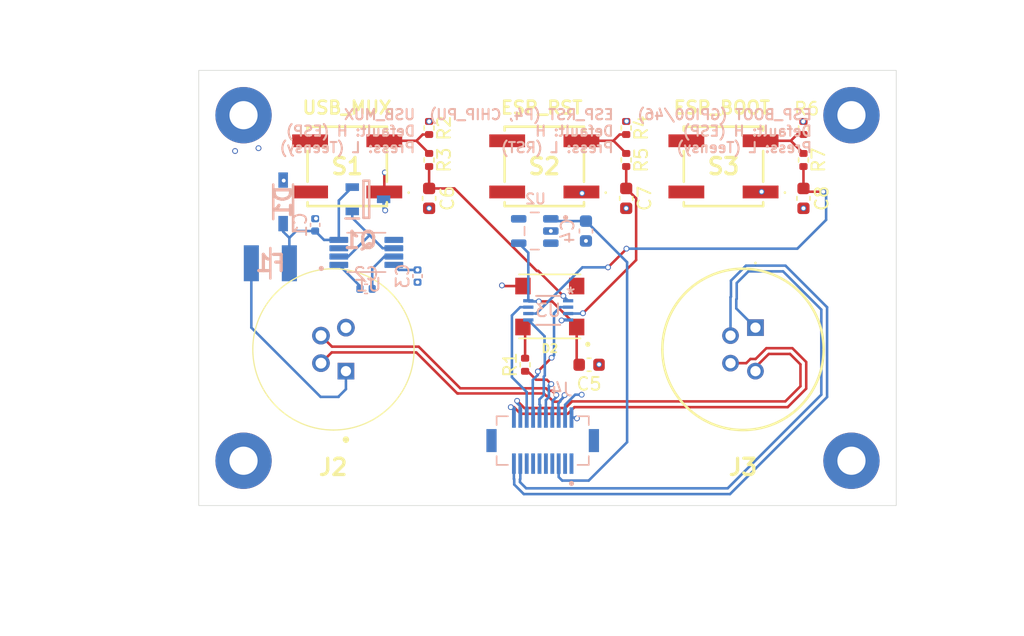
<source format=kicad_pcb>
(kicad_pcb (version 20241229) (generator "pcbnew") (generator_version "9.0")
  (layers (0 "F.Cu" signal) (4 "In1.Cu" signal) (6 "In2.Cu" signal) (2 "B.Cu" signal) (13 "F.Paste" user) (15 "B.Paste" user) (5 "F.SilkS" user "F.Silkscreen") (7 "B.SilkS" user "B.Silkscreen") (1 "F.Mask" user) (3 "B.Mask" user) (25 "Edge.Cuts" user))
  (net 0 "")
  (net 1 "USB_GND")
  (net 2 "Net-(U1-VCAPL)")
  (net 3 "Net-(U1-VCAPH)")
  (net 4 "5V_BOOST")
  (net 5 "Net-(D1-K)")
  (net 7 "Net-(D2-DIN)")
  (net 8 "Net-(F1-Pad1)")
  (net 9 "USB_D_N")
  (net 10 "USB_D_P")
  (net 11 "RX_N")
  (net 12 "TX_P")
  (net 13 "TX_N")
  (net 14 "RX_P")
  (net 15 "USB_MUX_CONTROL")
  (net 16 "GND")
  (net 18 "LED_CONTROL")
  (net 21 "3.3V")
  (net 26 "USB_5V")
  (net 27 "gate")
  (net 30 "button_USB_MUX")
  (net 31 "button_ESP_RESET")
  (net 32 "button_ESP_BOOT")
  (net 33 "Net-(S1-COM1)")
  (net 34 "Net-(S2-COM1)")
  (net 35 "Net-(S3-COM1)")
  (net 42 "ESP_BOOT_CONTROL")
  (net 43 "ESP_RESET_CONTROL")
  (footprint "22XT_Main_Peripheral:KSC253JSPDELTALFG" (layer "F.Cu") (at 128.5 81 180)
    (property "Reference" "S3" (at 0 0 0) (layer "F.SilkS") (effects (font (size 1.27 1.27) (thickness 0.254))))
    (property "Value" "KSC253J_SP_DELTA_LFG" (hide yes))
    (pad "1" smd rect (at -2.9 -2 270) (size 1 2.8) (layers "F.Cu" "F.Mask" "F.Paste") (net 16 "GND"))
    (pad "2" smd rect (at 2.9 -2 270) (size 1 2.8) (layers "F.Cu" "F.Mask" "F.Paste"))
    (pad "3" smd rect (at -2.9 2 270) (size 1 2.8) (layers "F.Cu" "F.Mask" "F.Paste") (net 35 "Net-(S3-COM1)"))
    (pad "4" smd rect (at 2.9 2 270) (size 1 2.8) (layers "F.Cu" "F.Mask" "F.Paste"))
  )
  (footprint "Resistor_SMD:R_0402_1005Metric" (layer "F.Cu") (at 120.9 80.5 -90)
    (property "Reference" "R5" (at 0 -1.17 90) (layer "F.SilkS"))
    (property "Value" "750R")
    (pad "1" smd roundrect (at -0.51 0 270) (size 0.54 0.64) (layers "F.Cu" "F.Mask" "F.Paste") (net 34 "Net-(S2-COM1)"))
    (pad "2" smd roundrect (at 0.51 0 270) (size 0.54 0.64) (layers "F.Cu" "F.Mask" "F.Paste") (net 31 "button_ESP_RESET"))
  )
  (footprint "22XT_Main_Peripheral:KSC253JSPDELTALFG" (layer "F.Cu") (at 114.5 81 180)
    (property "Reference" "S2" (at 0 0 0) (layer "F.SilkS") (effects (font (size 1.27 1.27) (thickness 0.254))))
    (property "Value" "KSC253J_SP_DELTA_LFG" (hide yes))
    (pad "1" smd rect (at -2.9 -2 270) (size 1 2.8) (layers "F.Cu" "F.Mask" "F.Paste") (net 16 "GND"))
    (pad "2" smd rect (at 2.9 -2 270) (size 1 2.8) (layers "F.Cu" "F.Mask" "F.Paste"))
    (pad "3" smd rect (at -2.9 2 270) (size 1 2.8) (layers "F.Cu" "F.Mask" "F.Paste") (net 34 "Net-(S2-COM1)"))
    (pad "4" smd rect (at 2.9 2 270) (size 1 2.8) (layers "F.Cu" "F.Mask" "F.Paste"))
  )
  (footprint "MountingHole:MountingHole_2.2mm_M2_Pad" (layer "F.Cu") (at 91 104)
    (property "Reference" "H2" (hide yes))
    (property "Value" "MountingHole")
    (pad "1" thru_hole circle (at 0 0) (size 4.4 4.4) (drill 2.2) (layers "*.Cu" "*.Mask") (net 16 "GND"))
  )
  (footprint "MountingHole:MountingHole_2.2mm_M2_Pad" (layer "F.Cu") (at 138.5 104)
    (property "Reference" "H3" (hide yes))
    (property "Value" "MountingHole")
    (pad "1" thru_hole circle (at 0 0) (size 4.4 4.4) (drill 2.2) (layers "*.Cu" "*.Mask") (net 16 "GND"))
  )
  (footprint "22XT_Main_Peripheral:LED_5050" (layer "F.Cu") (at 114.94 91.91 180)
    (property "Reference" "D2" (at 0.01 -3.32 0) (layer "F.SilkS") (effects (font (size 0.64 0.64))))
    (property "Value" "Neopixel 5050 Smart Diode")
    (pad "1" smd rect (at 2.11 1.56 180) (size 1.2 1.3) (layers "F.Cu" "F.Mask" "F.Paste") (net 16 "GND"))
    (pad "2" smd rect (at 2.11 -1.64 180) (size 1.2 1.3) (layers "F.Cu" "F.Mask" "F.Paste") (net 7 "Net-(D2-DIN)"))
    (pad "3" smd rect (at -2.09 -1.64 180) (size 1.2 1.3) (layers "F.Cu" "F.Mask" "F.Paste") (net 4 "5V_BOOST"))
    (pad "4" smd rect (at -2.09 1.56 180) (size 1.2 1.3) (layers "F.Cu" "F.Mask" "F.Paste"))
  )
  (footprint "22XT_Main_Peripheral:T4040014041000" (layer "F.Cu") (at 99 97 90)
    (property "Reference" "J2" (at -7.5 -1 180) (layer "F.SilkS") (effects (font (size 1.27 1.27) (thickness 0.254))))
    (property "Value" "T4040014041000" (hide yes))
    (pad "1" thru_hole rect (at 0 0 90) (size 1.3 1.3) (drill 0.8) (layers "*.Cu" "*.Mask") (net 8 "Net-(F1-Pad1)"))
    (pad "2" thru_hole circle (at 0.625 -1.95 90) (size 1.381 1.381) (drill 0.85) (layers "*.Cu" "*.Mask") (net 9 "USB_D_N"))
    (pad "3" thru_hole circle (at 3.4 0 90) (size 1.381 1.381) (drill 0.85) (layers "*.Cu" "*.Mask") (net 1 "USB_GND"))
    (pad "4" thru_hole circle (at 2.775 -1.95 90) (size 1.381 1.381) (drill 0.85) (layers "*.Cu" "*.Mask") (net 10 "USB_D_P"))
  )
  (footprint "Capacitor_SMD:C_0603_1608Metric" (layer "F.Cu") (at 120.9 83.5 -90)
    (property "Reference" "C7" (at 0 -1.43 90) (layer "F.SilkS"))
    (property "Value" "10uF")
    (pad "1" smd roundrect (at -0.775 0 270) (size 0.9 0.95) (layers "F.Cu" "F.Mask" "F.Paste") (net 31 "button_ESP_RESET"))
    (pad "2" smd roundrect (at 0.775 0 270) (size 0.9 0.95) (layers "F.Cu" "F.Mask" "F.Paste") (net 16 "GND"))
  )
  (footprint "MountingHole:MountingHole_2.2mm_M2_Pad" (layer "F.Cu") (at 138.5 77)
    (property "Reference" "H4" (hide yes))
    (property "Value" "MountingHole")
    (pad "1" thru_hole circle (at 0 0) (size 4.4 4.4) (drill 2.2) (layers "*.Cu" "*.Mask") (net 16 "GND"))
  )
  (footprint "Resistor_SMD:R_0402_1005Metric" (layer "F.Cu") (at 113 96.5 90)
    (property "Reference" "R1" (at 0 -1.17 90) (layer "F.SilkS"))
    (property "Value" "500R")
    (pad "1" smd roundrect (at -0.51 0 90) (size 0.54 0.64) (layers "F.Cu" "F.Mask" "F.Paste") (net 18 "LED_CONTROL"))
    (pad "2" smd roundrect (at 0.51 0 90) (size 0.54 0.64) (layers "F.Cu" "F.Mask" "F.Paste") (net 7 "Net-(D2-DIN)"))
  )
  (footprint "MountingHole:MountingHole_2.2mm_M2_Pad" (layer "F.Cu") (at 91 77)
    (property "Reference" "H1" (hide yes))
    (property "Value" "MountingHole")
    (pad "1" thru_hole circle (at 0 0) (size 4.4 4.4) (drill 2.2) (layers "*.Cu" "*.Mask") (net 16 "GND"))
  )
  (footprint "Capacitor_SMD:C_0603_1608Metric" (layer "F.Cu") (at 118 96.5)
    (property "Reference" "C5" (at 0 1.5 0) (layer "F.SilkS"))
    (property "Value" "10uF")
    (pad "1" smd roundrect (at -0.775 0) (size 0.9 0.95) (layers "F.Cu" "F.Mask" "F.Paste") (net 4 "5V_BOOST"))
    (pad "2" smd roundrect (at 0.775 0) (size 0.9 0.95) (layers "F.Cu" "F.Mask" "F.Paste") (net 16 "GND"))
  )
  (footprint "22XT_Main_Peripheral:KSC253JSPDELTALFG" (layer "F.Cu") (at 99.1 81 180)
    (property "Reference" "S1" (at 0 0 0) (layer "F.SilkS") (effects (font (size 1.27 1.27) (thickness 0.254))))
    (property "Value" "KSC253J_SP_DELTA_LFG" (hide yes))
    (pad "1" smd rect (at -2.9 -2 270) (size 1 2.8) (layers "F.Cu" "F.Mask" "F.Paste") (net 16 "GND"))
    (pad "2" smd rect (at 2.9 -2 270) (size 1 2.8) (layers "F.Cu" "F.Mask" "F.Paste"))
    (pad "3" smd rect (at -2.9 2 270) (size 1 2.8) (layers "F.Cu" "F.Mask" "F.Paste") (net 33 "Net-(S1-COM1)"))
    (pad "4" smd rect (at 2.9 2 270) (size 1 2.8) (layers "F.Cu" "F.Mask" "F.Paste"))
  )
  (footprint "Resistor_SMD:R_0402_1005Metric" (layer "F.Cu") (at 134.75 80.5 -90)
    (property "Reference" "R7" (at 0 -1.17 90) (layer "F.SilkS"))
    (property "Value" "750R")
    (pad "1" smd roundrect (at -0.51 0 270) (size 0.54 0.64) (layers "F.Cu" "F.Mask" "F.Paste") (net 35 "Net-(S3-COM1)"))
    (pad "2" smd roundrect (at 0.51 0 270) (size 0.54 0.64) (layers "F.Cu" "F.Mask" "F.Paste") (net 32 "button_ESP_BOOT"))
  )
  (footprint "Capacitor_SMD:C_0603_1608Metric" (layer "F.Cu") (at 134.75 83.5 -90)
    (property "Reference" "C8" (at 0 -1.43 90) (layer "F.SilkS"))
    (property "Value" "10uF")
    (pad "1" smd roundrect (at -0.775 0 270) (size 0.9 0.95) (layers "F.Cu" "F.Mask" "F.Paste") (net 32 "button_ESP_BOOT"))
    (pad "2" smd roundrect (at 0.775 0 270) (size 0.9 0.95) (layers "F.Cu" "F.Mask" "F.Paste") (net 16 "GND"))
  )
  (footprint "Resistor_SMD:R_0402_1005Metric" (layer "F.Cu") (at 105.5 80.5 -90)
    (property "Reference" "R3" (at 0 -1.17 90) (layer "F.SilkS"))
    (property "Value" "750R")
    (pad "1" smd roundrect (at -0.51 0 270) (size 0.54 0.64) (layers "F.Cu" "F.Mask" "F.Paste") (net 33 "Net-(S1-COM1)"))
    (pad "2" smd roundrect (at 0.51 0 270) (size 0.54 0.64) (layers "F.Cu" "F.Mask" "F.Paste") (net 30 "button_USB_MUX"))
  )
  (footprint "Resistor_SMD:R_0402_1005Metric" (layer "F.Cu") (at 120.9 78 -90)
    (property "Reference" "R4" (at 0 -1.17 90) (layer "F.SilkS"))
    (property "Value" "1.4KR")
    (pad "1" smd roundrect (at -0.51 0 270) (size 0.54 0.64) (layers "F.Cu" "F.Mask" "F.Paste") (net 26 "USB_5V"))
    (pad "2" smd roundrect (at 0.51 0 270) (size 0.54 0.64) (layers "F.Cu" "F.Mask" "F.Paste") (net 34 "Net-(S2-COM1)"))
  )
  (footprint "Resistor_SMD:R_0402_1005Metric" (layer "F.Cu") (at 105.5 78 -90)
    (property "Reference" "R2" (at 0 -1.17 90) (layer "F.SilkS"))
    (property "Value" "1.4KR")
    (pad "1" smd roundrect (at -0.51 0 270) (size 0.54 0.64) (layers "F.Cu" "F.Mask" "F.Paste") (net 26 "USB_5V"))
    (pad "2" smd roundrect (at 0.51 0 270) (size 0.54 0.64) (layers "F.Cu" "F.Mask" "F.Paste") (net 33 "Net-(S1-COM1)"))
  )
  (footprint "Capacitor_SMD:C_0603_1608Metric" (layer "F.Cu") (at 105.5 83.5 -90)
    (property "Reference" "C6" (at 0 -1.43 90) (layer "F.SilkS"))
    (property "Value" "10uF")
    (pad "1" smd roundrect (at -0.775 0 270) (size 0.9 0.95) (layers "F.Cu" "F.Mask" "F.Paste") (net 30 "button_USB_MUX"))
    (pad "2" smd roundrect (at 0.775 0 270) (size 0.9 0.95) (layers "F.Cu" "F.Mask" "F.Paste") (net 16 "GND"))
  )
  (footprint "Resistor_SMD:R_0402_1005Metric" (layer "F.Cu") (at 134.75 78 -90)
    (property "Reference" "R6" (at -1.5 -0.25 180) (layer "F.SilkS"))
    (property "Value" "1.4KR")
    (pad "1" smd roundrect (at -0.51 0 270) (size 0.54 0.64) (layers "F.Cu" "F.Mask" "F.Paste") (net 26 "USB_5V"))
    (pad "2" smd roundrect (at 0.51 0 270) (size 0.54 0.64) (layers "F.Cu" "F.Mask" "F.Paste") (net 35 "Net-(S3-COM1)"))
  )
  (footprint "22XT_Main_Peripheral:T4041017041000" (layer "F.Cu") (at 131 93.6 90)
    (property "Reference" "J3" (at -10.9 -0.975 180) (layer "F.SilkS") (effects (font (size 1.27 1.27) (thickness 0.254))))
    (property "Value" "T4041017041-000" (hide yes))
    (pad "1" thru_hole rect (at 0 0 90) (size 1.3 1.3) (drill 0.8) (layers "*.Cu" "*.Mask") (net 14 "RX_P"))
    (pad "2" thru_hole circle (at -0.625 -1.95 90) (size 1.3 1.3) (drill 0.8) (layers "*.Cu" "*.Mask") (net 11 "RX_N"))
    (pad "3" thru_hole circle (at -3.4 0 90) (size 1.3 1.3) (drill 0.8) (layers "*.Cu" "*.Mask") (net 12 "TX_P"))
    (pad "4" thru_hole circle (at -2.775 -1.95 90) (size 1.3 1.3) (drill 0.8) (layers "*.Cu" "*.Mask") (net 13 "TX_N"))
  )
  (footprint "22XT_Main_Peripheral:LM74610QDGKRQ1" (layer "B.Cu") (at 100.595 87.719999)
    (property "Reference" "U1" (at 0.175 2.535 0) (layer "B.SilkS") (effects (justify mirror)))
    (property "Value" "LM74610QDGKRQ1")
    (pad "1" smd roundrect (at -2.15 0.975) (size 1.47 0.48) (layers "B.Cu" "B.Mask" "B.Paste") (roundrect_rratio 0.125) (net 2 "Net-(U1-VCAPL)"))
    (pad "2" smd roundrect (at -2.15 0.325) (size 1.47 0.48) (layers "B.Cu" "B.Mask" "B.Paste") (roundrect_rratio 0.125) (net 27 "gate"))
    (pad "3" smd roundrect (at -2.15 -0.325) (size 1.47 0.48) (layers "B.Cu" "B.Mask" "B.Paste") (roundrect_rratio 0.125))
    (pad "4" smd roundrect (at -2.15 -0.975) (size 1.47 0.48) (layers "B.Cu" "B.Mask" "B.Paste") (roundrect_rratio 0.125) (net 5 "Net-(D1-K)"))
    (pad "5" smd roundrect (at 2.15 -0.975) (size 1.47 0.48) (layers "B.Cu" "B.Mask" "B.Paste") (roundrect_rratio 0.125))
    (pad "6" smd roundrect (at 2.15 -0.325) (size 1.47 0.48) (layers "B.Cu" "B.Mask" "B.Paste") (roundrect_rratio 0.125) (net 27 "gate"))
    (pad "7" smd roundrect (at 2.15 0.325) (size 1.47 0.48) (layers "B.Cu" "B.Mask" "B.Paste") (roundrect_rratio 0.125) (net 3 "Net-(U1-VCAPH)"))
    (pad "8" smd roundrect (at 2.15 0.975) (size 1.47 0.48) (layers "B.Cu" "B.Mask" "B.Paste") (roundrect_rratio 0.125) (net 26 "USB_5V"))
  )
  (footprint "Capacitor_SMD:C_0402_1005Metric" (layer "B.Cu") (at 104.595 89.569999 -90)
    (property "Reference" "C3" (at 0 1.16 90) (layer "B.SilkS") (effects (justify mirror)))
    (property "Value" "100pF")
    (pad "1" smd roundrect (at -0.48 0 270) (size 0.56 0.62) (layers "B.Cu" "B.Mask" "B.Paste") (net 26 "USB_5V"))
    (pad "2" smd roundrect (at 0.48 0 270) (size 0.56 0.62) (layers "B.Cu" "B.Mask" "B.Paste") (net 16 "GND"))
  )
  (footprint "22XT_Main_Peripheral:DDZ9691Q-7" (layer "B.Cu") (at 94.095 83.769999 90)
    (property "Reference" "D1" (at 0 0 90) (layer "B.SilkS") (effects (font (size 1.27 1.27) (thickness 0.254)) (justify mirror)))
    (property "Value" "DDZ9691-7" (hide yes))
    (pad "1" smd rect (at -1.7 0) (size 0.75 1.2) (layers "B.Cu" "B.Mask" "B.Paste") (net 5 "Net-(D1-K)"))
    (pad "2" smd rect (at 1.7 0) (size 0.75 1.2) (layers "B.Cu" "B.Mask" "B.Paste") (net 16 "GND"))
  )
  (footprint "22XT_Main_Peripheral:TPS613222ADBVR" (layer "B.Cu") (at 113.755 86.05 180)
    (property "Reference" "U2" (at -0.06 2.508 0) (layer "B.SilkS") (effects (font (size 0.8 0.8)) (justify mirror)))
    (property "Value" "TPS613222ADBVR")
    (pad "1" smd roundrect (at -1.255 0.95 180) (size 1.21 0.59) (layers "B.Cu" "B.Mask" "B.Paste") (net 21 "3.3V"))
    (pad "2" smd roundrect (at -1.255 0 180) (size 1.21 0.59) (layers "B.Cu" "B.Mask" "B.Paste") (net 16 "GND"))
    (pad "3" smd roundrect (at -1.255 -0.95 180) (size 1.21 0.59) (layers "B.Cu" "B.Mask" "B.Paste"))
    (pad "4" smd roundrect (at 1.255 -0.95 180) (size 1.21 0.59) (layers "B.Cu" "B.Mask" "B.Paste") (net 4 "5V_BOOST"))
    (pad "5" smd roundrect (at 1.255 0.95 180) (size 1.21 0.59) (layers "B.Cu" "B.Mask" "B.Paste"))
  )
  (footprint "22XT_Main_Peripheral:DF12NB_5.0_-20DP-0.5V_51_" (layer "B.Cu") (at 114.375 102.425 180)
    (property "Reference" "J4" (at -1.475 3.985 0) (layer "B.SilkS") (effects (justify mirror)))
    (property "Value" "DF12NB_5.0_-20DP-0.5V_51_")
    (pad "1" smd rect (at -2.25 -1.8 180) (size 0.3 1.6) (layers "B.Cu"))
    (pad "2" smd rect (at -2.25 1.8 180) (size 0.3 1.6) (layers "B.Cu") (net 16 "GND"))
    (pad "3" smd rect (at -1.75 -1.8 180) (size 0.3 1.6) (layers "B.Cu"))
    (pad "4" smd rect (at -1.75 1.8 180) (size 0.3 1.6) (layers "B.Cu") (net 26 "USB_5V"))
    (pad "5" smd rect (at -1.25 -1.8 180) (size 0.3 1.6) (layers "B.Cu") (net 21 "3.3V"))
    (pad "6" smd rect (at -1.25 1.8 180) (size 0.3 1.6) (layers "B.Cu") (net 9 "USB_D_N"))
    (pad "7" smd rect (at -0.75 -1.8 180) (size 0.3 1.6) (layers "B.Cu"))
    (pad "8" smd rect (at -0.75 1.8 180) (size 0.3 1.6) (layers "B.Cu") (net 10 "USB_D_P"))
    (pad "9" smd rect (at -0.25 -1.8 180) (size 0.3 1.6) (layers "B.Cu"))
    (pad "10" smd rect (at -0.25 1.8 180) (size 0.3 1.6) (layers "B.Cu") (net 18 "LED_CONTROL"))
    (pad "11" smd rect (at 0.25 -1.8 180) (size 0.3 1.6) (layers "B.Cu"))
    (pad "12" smd rect (at 0.25 1.8 180) (size 0.3 1.6) (layers "B.Cu") (net 43 "ESP_RESET_CONTROL"))
    (pad "13" smd rect (at 0.75 -1.8 180) (size 0.3 1.6) (layers "B.Cu"))
    (pad "14" smd rect (at 0.75 1.8 180) (size 0.3 1.6) (layers "B.Cu") (net 42 "ESP_BOOT_CONTROL"))
    (pad "15" smd rect (at 1.25 -1.8 180) (size 0.3 1.6) (layers "B.Cu"))
    (pad "16" smd rect (at 1.25 1.8 180) (size 0.3 1.6) (layers "B.Cu") (net 15 "USB_MUX_CONTROL"))
    (pad "17" smd rect (at 1.75 -1.8 180) (size 0.3 1.6) (layers "B.Cu") (net 14 "RX_P"))
    (pad "18" smd rect (at 1.75 1.8 180) (size 0.3 1.6) (layers "B.Cu") (net 12 "TX_P"))
    (pad "19" smd rect (at 2.25 -1.8 180) (size 0.3 1.6) (layers "B.Cu") (net 11 "RX_N"))
    (pad "20" smd rect (at 2.25 1.8 180) (size 0.3 1.6) (layers "B.Cu") (net 13 "TX_N"))
    (pad "S1" smd rect (at -4 0 180) (size 0.8 1.8) (layers "B.Cu" "B.Mask" "B.Paste") (net 16 "GND"))
    (pad "S2" smd rect (at 4 0 180) (size 0.8 1.8) (layers "B.Cu" "B.Mask" "B.Paste") (net 16 "GND"))
  )
  (footprint "22XT_Main_Peripheral:0ZCH0050FF2G" (layer "B.Cu") (at 93.095 88.569999)
    (property "Reference" "F1" (at 0 0 0) (layer "B.SilkS") (effects (font (size 1.27 1.27) (thickness 0.254)) (justify mirror)))
    (property "Value" "0ZCH0050FF2G" (hide yes))
    (pad "1" smd rect (at -1.485 0) (size 1.18 2.81) (layers "B.Cu" "B.Mask" "B.Paste") (net 8 "Net-(F1-Pad1)"))
    (pad "2" smd rect (at 1.485 0) (size 1.18 2.81) (layers "B.Cu" "B.Mask" "B.Paste") (net 5 "Net-(D1-K)"))
  )
  (footprint "22XT_Main_Peripheral:NL37WZ14USG" (layer "B.Cu") (at 114.80575 92.25 180)
    (property "Reference" "U3" (at 0 0 0) (layer "B.SilkS") (effects (justify mirror)))
    (property "Value" "NL37WZ14USG")
    (fp_text user "*" (at -1.75 1.25 0) (layer "B.SilkS") (effects (justify mirror)))
    (pad "1" smd rect (at -1.55575 0.750001 180) (size 0.8001 0.254) (layers "B.Cu" "B.Mask" "B.Paste") (net 30 "button_USB_MUX"))
    (pad "2" smd rect (at -1.55575 0.25 180) (size 0.8001 0.254) (layers "B.Cu" "B.Mask" "B.Paste") (net 42 "ESP_BOOT_CONTROL"))
    (pad "3" smd rect (at -1.55575 -0.25 180) (size 0.8001 0.254) (layers "B.Cu" "B.Mask" "B.Paste") (net 31 "button_ESP_RESET"))
    (pad "4" smd rect (at -1.55575 -0.750001 180) (size 0.8001 0.254) (layers "B.Cu" "B.Mask" "B.Paste") (net 16 "GND"))
    (pad "5" smd rect (at 1.55575 -0.750001 180) (size 0.8001 0.254) (layers "B.Cu" "B.Mask" "B.Paste") (net 43 "ESP_RESET_CONTROL"))
    (pad "6" smd rect (at 1.55575 -0.25 180) (size 0.8001 0.254) (layers "B.Cu" "B.Mask" "B.Paste") (net 32 "button_ESP_BOOT"))
    (pad "7" smd rect (at 1.55575 0.25 180) (size 0.8001 0.254) (layers "B.Cu" "B.Mask" "B.Paste") (net 15 "USB_MUX_CONTROL"))
    (pad "8" smd rect (at 1.55575 0.750001 180) (size 0.8001 0.254) (layers "B.Cu" "B.Mask" "B.Paste") (net 4 "5V_BOOST"))
  )
  (footprint "22XT_Main_Peripheral:SSF2302" (layer "B.Cu") (at 100.595 83.569999)
    (property "Reference" "Q1" (at -0.46 3.2 0) (layer "B.SilkS") (effects (font (size 1.27 1.27) (thickness 0.254)) (justify mirror)))
    (property "Value" "SSF2302" (hide yes))
    (pad "1" smd rect (at -1.1 0.95 270) (size 0.6 1.05) (layers "B.Cu" "B.Mask" "B.Paste") (net 27 "gate"))
    (pad "2" smd rect (at -1.1 -0.95 270) (size 0.6 1.05) (layers "B.Cu" "B.Mask" "B.Paste") (net 5 "Net-(D1-K)"))
    (pad "3" smd rect (at 1.35 0 270) (size 0.6 1.05) (layers "B.Cu" "B.Mask" "B.Paste") (net 26 "USB_5V"))
  )
  (footprint "Capacitor_SMD:C_0603_1608Metric" (layer "B.Cu") (at 117.755 86.05 -90)
    (property "Reference" "C4" (at 0 1.43 90) (layer "B.SilkS") (effects (justify mirror)))
    (property "Value" "10uF")
    (pad "1" smd roundrect (at -0.775 0 270) (size 0.9 0.95) (layers "B.Cu" "B.Mask" "B.Paste") (net 21 "3.3V"))
    (pad "2" smd roundrect (at 0.775 0 270) (size 0.9 0.95) (layers "B.Cu" "B.Mask" "B.Paste") (net 16 "GND"))
  )
  (footprint "Capacitor_SMD:C_0402_1005Metric" (layer "B.Cu") (at 100.575 90.569999 180)
    (property "Reference" "C2" (at 0 1.16 0) (layer "B.SilkS") (effects (justify mirror)))
    (property "Value" "2.2uF")
    (pad "1" smd roundrect (at -0.48 0 180) (size 0.56 0.62) (layers "B.Cu" "B.Mask" "B.Paste") (net 3 "Net-(U1-VCAPH)"))
    (pad "2" smd roundrect (at 0.48 0 180) (size 0.56 0.62) (layers "B.Cu" "B.Mask" "B.Paste") (net 2 "Net-(U1-VCAPL)"))
  )
  (footprint "Capacitor_SMD:C_0402_1005Metric" (layer "B.Cu") (at 96.595 85.569999 -90)
    (property "Reference" "C1" (at 0 1.16 90) (layer "B.SilkS") (effects (justify mirror)))
    (property "Value" "100pF")
    (pad "1" smd roundrect (at -0.48 0 270) (size 0.56 0.62) (layers "B.Cu" "B.Mask" "B.Paste") (net 16 "GND"))
    (pad "2" smd roundrect (at 0.48 0 270) (size 0.56 0.62) (layers "B.Cu" "B.Mask" "B.Paste") (net 5 "Net-(D1-K)"))
  )
  (gr_rect (start 87.5 73.5) (end 142 107.5) (stroke (width 0.05)) (fill no) (layer "Edge.Cuts"))
  (gr_text "USB_MUX" (at 95.5 77 0) (layer "F.SilkS") (effects (font (size 1 1) (thickness 0.2) (bold yes)) (justify left bottom)))
  (gr_text "ESP_RST" (at 111 77 0) (layer "F.SilkS") (effects (font (size 1 1) (thickness 0.2) (bold yes)) (justify left bottom)))
  (gr_text "ESP_BOOT" (at 124.5 77 0) (layer "F.SilkS") (effects (font (size 1 1) (thickness 0.2) (bold yes)) (justify left bottom)))
  (gr_text "ESP_RST (P4, CHIP_PU)\nDefault: H\nPress: L (RST)" (at 120 80 0) (layer "B.SilkS") (effects (font (size 0.8 0.8) (thickness 0.16) (bold yes)) (justify left bottom mirror)))
  (gr_text "USB_MUX\nDefault: H (ESP)\nPress: L (Teensy)" (at 104.5 80 0) (layer "B.SilkS") (effects (font (size 0.8 0.8) (thickness 0.16) (bold yes)) (justify left bottom mirror)))
  (gr_text "ESP_BOOT (GPIO0/46)\nDefault: H (ESP)\nPress: L (Teensy)" (at 135.5 80 0) (layer "B.SilkS") (effects (font (size 0.8 0.8) (thickness 0.16) (bold yes)) (justify left bottom mirror)))
  (segment (start 100.095 90.344999) (end 98.445 88.694999) (width 0.2) (layer "B.Cu") (net 2))
  (segment (start 100.095 90.569999) (end 100.095 90.344999) (width 0.2) (layer "B.Cu") (net 2))
  (segment (start 102.010001 88.044999) (end 102.745 88.044999) (width 0.2) (layer "B.Cu") (net 3))
  (segment (start 101.055 89) (end 102.010001 88.044999) (width 0.2) (layer "B.Cu") (net 3))
  (segment (start 101.055 90.569999) (end 101.055 89) (width 0.2) (layer "B.Cu") (net 3))
  (segment (start 117.03 93.55) (end 117.03 93.474582) (width 0.2) (layer "F.Cu") (net 4))
  (segment (start 117.03 96.305) (end 117.225 96.5) (width 0.2) (layer "F.Cu") (net 4))
  (segment (start 117.03 93.55) (end 117.03 96.305) (width 0.2) (layer "F.Cu") (net 4))
  (segment (start 117.03 93.474582) (end 115.107248 91.55183) (width 0.2) (layer "F.Cu") (net 4))
  (segment (start 115.107248 91.55183) (end 114.07183 91.55183) (width 0.2) (layer "F.Cu") (net 4))
  (via (at 114.07183 91.55183) (size 0.45) (drill 0.3) (layers "F.Cu" "B.Cu") (net 4))
  (segment (start 113.25 87.75) (end 112.5 87) (width 0.2) (layer "B.Cu") (net 4))
  (segment (start 113.301831 91.55183) (end 113.25 91.499999) (width 0.2) (layer "B.Cu") (net 4))
  (segment (start 114.07183 91.55183) (end 113.301831 91.55183) (width 0.2) (layer "B.Cu") (net 4))
  (segment (start 113.25 91.499999) (end 113.25 87.75) (width 0.2) (layer "B.Cu") (net 4))
  (segment (start 96.595 86.049999) (end 95.115 86.049999) (width 0.2) (layer "B.Cu") (net 5))
  (segment (start 94.58 86.584999) (end 94.58 88.569999) (width 0.2) (layer "B.Cu") (net 5))
  (segment (start 94.095 86.099999) (end 94.58 86.584999) (width 0.2) (layer "B.Cu") (net 5))
  (segment (start 98.445 83.669999) (end 98.445 86.744999) (width 0.2) (layer "B.Cu") (net 5))
  (segment (start 99.495 82.619999) (end 98.445 83.669999) (width 0.2) (layer "B.Cu") (net 5))
  (segment (start 95.115 86.049999) (end 94.58 86.584999) (width 0.2) (layer "B.Cu") (net 5))
  (segment (start 98.445 86.744999) (end 97.29 86.744999) (width 0.2) (layer "B.Cu") (net 5))
  (segment (start 94.095 85.469999) (end 94.095 86.099999) (width 0.2) (layer "B.Cu") (net 5))
  (segment (start 97.29 86.744999) (end 96.595 86.049999) (width 0.2) (layer "B.Cu") (net 5))
  (segment (start 113 93.72) (end 112.83 93.55) (width 0.2) (layer "F.Cu") (net 7))
  (segment (start 113 95.99) (end 113 93.72) (width 0.2) (layer "F.Cu") (net 7))
  (segment (start 91.61 88.569999) (end 91.61 93.6) (width 0.2) (layer "B.Cu") (net 8))
  (segment (start 91.61 93.6) (end 97.02 99.01) (width 0.2) (layer "B.Cu") (net 8))
  (segment (start 99 98.41) (end 99 97) (width 0.2) (layer "B.Cu") (net 8))
  (segment (start 98.43 99.01) (end 98.43 98.98) (width 0.2) (layer "B.Cu") (net 8))
  (segment (start 98.43 98.98) (end 99 98.41) (width 0.2) (layer "B.Cu") (net 8))
  (segment (start 97.02 99.01) (end 98.43 99.01) (width 0.2) (layer "B.Cu") (net 8))
  (segment (start 115.962616 99.077053) (end 115.654493 99.385176) (width 0.2) (layer "F.Cu") (net 9))
  (segment (start 116.086455 98.873727) (end 115.962616 98.997566) (width 0.2) (layer "F.Cu") (net 9))
  (segment (start 107.701802 98.74) (end 104.496802 95.535) (width 0.2) (layer "F.Cu") (net 9))
  (segment (start 104.496802 95.535) (end 97.89 95.535) (width 0.2) (layer "F.Cu") (net 9))
  (segment (start 115.654493 99.385176) (end 115.218739 99.385176) (width 0.2) (layer "F.Cu") (net 9))
  (segment (start 115.218739 99.385176) (end 114.770563 98.937) (width 0.2) (layer "F.Cu") (net 9))
  (segment (start 107.771098 98.74) (end 107.701802 98.74) (width 0.2) (layer "F.Cu") (net 9))
  (segment (start 114.770563 98.937) (end 114.661023 98.937) (width 0.2) (layer "F.Cu") (net 9))
  (segment (start 97.89 95.535) (end 97.05 96.375) (width 0.2) (layer "F.Cu") (net 9))
  (segment (start 114.465023 98.741) (end 107.772098 98.741) (width 0.2) (layer "F.Cu") (net 9))
  (segment (start 114.661023 98.937) (end 114.465023 98.741) (width 0.2) (layer "F.Cu") (net 9))
  (segment (start 115.962616 98.997566) (end 115.962616 99.077053) (width 0.2) (layer "F.Cu") (net 9))
  (segment (start 107.772098 98.741) (end 107.771098 98.74) (width 0.2) (layer "F.Cu") (net 9))
  (via (at 116.086455 98.873727) (size 0.45) (drill 0.3) (layers "F.Cu" "B.Cu") (net 9))
  (segment (start 116.086455 98.873727) (end 115.962616 98.997566) (width 0.2) (layer "B.Cu") (net 9))
  (segment (start 115.6 99.95) (end 115.625 99.975) (width 0.2) (layer "B.Cu") (net 9))
  (segment (start 115.962616 99.077053) (end 115.754815 99.284854) (width 0.2) (layer "B.Cu") (net 9))
  (segment (start 115.962616 98.997566) (end 115.962616 99.077053) (width 0.2) (layer "B.Cu") (net 9))
  (segment (start 115.754815 99.354152) (end 115.6 99.508967) (width 0.2) (layer "B.Cu") (net 9))
  (segment (start 115.6 99.508967) (end 115.6 99.95) (width 0.2) (layer "B.Cu") (net 9))
  (segment (start 115.625 99.975) (end 115.625 100.625) (width 0.2) (layer "B.Cu") (net 9))
  (segment (start 115.754815 99.284854) (end 115.754815 99.354152) (width 0.2) (layer "B.Cu") (net 9))
  (segment (start 114.631123 98.34) (end 114.827123 98.536) (width 0.2) (layer "F.Cu") (net 10))
  (segment (start 97.91 95.085) (end 104.683198 95.085) (width 0.2) (layer "F.Cu") (net 10))
  (segment (start 97.05 94.225) (end 97.91 95.085) (width 0.2) (layer "F.Cu") (net 10))
  (segment (start 115.11344 98.536) (end 115.436616 98.859176) (width 0.2) (layer "F.Cu") (net 10))
  (segment (start 107.938198 98.34) (end 114.631123 98.34) (width 0.2) (layer "F.Cu") (net 10))
  (segment (start 104.683198 95.085) (end 107.938198 98.34) (width 0.2) (layer "F.Cu") (net 10))
  (segment (start 114.827123 98.536) (end 115.11344 98.536) (width 0.2) (layer "F.Cu") (net 10))
  (via (at 115.436616 98.859176) (size 0.45) (drill 0.3) (layers "F.Cu" "B.Cu") (net 10))
  (segment (start 115.125 100.625) (end 115.125 99.975) (width 0.2) (layer "B.Cu") (net 10))
  (segment (start 115.15 99.322569) (end 115.436616 99.035953) (width 0.2) (layer "B.Cu") (net 10))
  (segment (start 115.436616 99.035953) (end 115.436616 98.859176) (width 0.2) (layer "B.Cu") (net 10))
  (segment (start 115.15 99.95) (end 115.15 99.322569) (width 0.2) (layer "B.Cu") (net 10))
  (segment (start 115.125 99.975) (end 115.15 99.95) (width 0.2) (layer "B.Cu") (net 10))
  (segment (start 130.256802 88.755) (end 129.085 89.926802) (width 0.2) (layer "B.Cu") (net 11))
  (segment (start 112.15 105.450001) (end 112.15 105.858198) (width 0.2) (layer "B.Cu") (net 11))
  (segment (start 136.595 99.023198) (end 136.595 92.006802) (width 0.2) (layer "B.Cu") (net 11))
  (segment (start 129.05 91.215) (end 129.05 94.225) (width 0.2) (layer "B.Cu") (net 11))
  (segment (start 112.896802 106.605) (end 129.013198 106.605) (width 0.2) (layer "B.Cu") (net 11))
  (segment (start 129.085 89.926802) (end 129.085 91.18) (width 0.2) (layer "B.Cu") (net 11))
  (segment (start 136.595 92.006802) (end 133.343198 88.755) (width 0.2) (layer "B.Cu") (net 11))
  (segment (start 112.15 105.858198) (end 112.896802 106.605) (width 0.2) (layer "B.Cu") (net 11))
  (segment (start 112.125 105.425001) (end 112.15 105.450001) (width 0.2) (layer "B.Cu") (net 11))
  (segment (start 133.343198 88.755) (end 130.256802 88.755) (width 0.2) (layer "B.Cu") (net 11))
  (segment (start 129.085 91.18) (end 129.05 91.215) (width 0.2) (layer "B.Cu") (net 11))
  (segment (start 129.013198 106.605) (end 136.595 99.023198) (width 0.2) (layer "B.Cu") (net 11))
  (segment (start 112.125 104.225) (end 112.125 105.425001) (width 0.2) (layer "B.Cu") (net 11))
  (segment (start 116.666132 99.363489) (end 133.328313 99.363489) (width 0.2) (layer "F.Cu") (net 12))
  (segment (start 112.939126 99.880152) (end 116.149469 99.880152) (width 0.2) (layer "F.Cu") (net 12))
  (segment (start 131 96.693199) (end 131 97) (width 0.2) (layer "F.Cu") (net 12))
  (segment (start 112.377488 99.318514) (end 112.939126 99.880152) (width 0.2) (layer "F.Cu") (net 12))
  (segment (start 134.515 98.176802) (end 134.515 96.473198) (width 0.2) (layer "F.Cu") (net 12))
  (segment (start 133.328313 99.363489) (end 134.515 98.176802) (width 0.2) (layer "F.Cu") (net 12))
  (segment (start 132.038199 95.655) (end 131 96.693199) (width 0.2) (layer "F.Cu") (net 12))
  (segment (start 133.696802 95.655) (end 132.038199 95.655) (width 0.2) (layer "F.Cu") (net 12))
  (segment (start 116.149469 99.880152) (end 116.666132 99.363489) (width 0.2) (layer "F.Cu") (net 12))
  (segment (start 134.515 96.473198) (end 133.696802 95.655) (width 0.2) (layer "F.Cu") (net 12))
  (via (at 112.377488 99.318514) (size 0.45) (drill 0.3) (layers "F.Cu" "B.Cu") (net 12))
  (segment (start 112.377488 99.495291) (end 112.377488 99.318514) (width 0.2) (layer "B.Cu") (net 12))
  (segment (start 112.6 99.95) (end 112.6 99.717803) (width 0.2) (layer "B.Cu") (net 12))
  (segment (start 112.625 100.625) (end 112.625 99.975) (width 0.2) (layer "B.Cu") (net 12))
  (segment (start 112.625 99.975) (end 112.6 99.95) (width 0.2) (layer "B.Cu") (net 12))
  (segment (start 112.6 99.717803) (end 112.377488 99.495291) (width 0.2) (layer "B.Cu") (net 12))
  (segment (start 131.851801 95.205) (end 131.007801 96.049) (width 0.2) (layer "F.Cu") (net 13))
  (segment (start 116.852499 99.81349) (end 133.514708 99.81349) (width 0.2) (layer "F.Cu") (net 13))
  (segment (start 131.007801 96.049) (end 130.606082 96.049) (width 0.2) (layer "F.Cu") (net 13))
  (segment (start 133.514708 99.81349) (end 134.965 98.363198) (width 0.2) (layer "F.Cu") (net 13))
  (segment (start 112.128587 99.81349) (end 112.645229 100.330132) (width 0.2) (layer "F.Cu") (net 13))
  (segment (start 134.965 96.286802) (end 133.883198 95.205) (width 0.2) (layer "F.Cu") (net 13))
  (segment (start 130.606082 96.049) (end 130.280082 96.375) (width 0.2) (layer "F.Cu") (net 13))
  (segment (start 133.883198 95.205) (end 131.851801 95.205) (width 0.2) (layer "F.Cu") (net 13))
  (segment (start 112.645229 100.330132) (end 116.335857 100.330132) (width 0.2) (layer "F.Cu") (net 13))
  (segment (start 116.335857 100.330132) (end 116.852499 99.81349) (width 0.2) (layer "F.Cu") (net 13))
  (segment (start 130.280082 96.375) (end 129.05 96.375) (width 0.2) (layer "F.Cu") (net 13))
  (segment (start 134.965 98.363198) (end 134.965 96.286802) (width 0.2) (layer "F.Cu") (net 13))
  (segment (start 111.882512 99.81349) (end 112.128587 99.81349) (width 0.2) (layer "F.Cu") (net 13))
  (via (at 111.882512 99.81349) (size 0.45) (drill 0.3) (layers "F.Cu" "B.Cu") (net 13))
  (segment (start 112.15 99.904201) (end 112.059289 99.81349) (width 0.2) (layer "B.Cu") (net 13))
  (segment (start 112.059289 99.81349) (end 111.882512 99.81349) (width 0.2) (layer "B.Cu") (net 13))
  (segment (start 112.125 99.975) (end 112.15 99.95) (width 0.2) (layer "B.Cu") (net 13))
  (segment (start 112.15 99.95) (end 112.15 99.904201) (width 0.2) (layer "B.Cu") (net 13))
  (segment (start 112.125 100.625) (end 112.125 99.975) (width 0.2) (layer "B.Cu") (net 13))
  (segment (start 128.826802 106.155) (end 136.145 98.836802) (width 0.2) (layer "B.Cu") (net 14))
  (segment (start 129.535 91.352206) (end 129.500001 91.387205) (width 0.2) (layer "B.Cu") (net 14))
  (segment (start 129.535 90.113198) (end 129.535 91.352206) (width 0.2) (layer "B.Cu") (net 14))
  (segment (start 112.6 105.450001) (end 112.6 105.671802) (width 0.2) (layer "B.Cu") (net 14))
  (segment (start 129.500001 92.100001) (end 131 93.6) (width 0.2) (layer "B.Cu") (net 14))
  (segment (start 136.145 92.193198) (end 133.156802 89.205) (width 0.2) (layer "B.Cu") (net 14))
  (segment (start 113.083198 106.155) (end 128.826802 106.155) (width 0.2) (layer "B.Cu") (net 14))
  (segment (start 112.625 104.225) (end 112.625 105.425001) (width 0.2) (layer "B.Cu") (net 14))
  (segment (start 112.625 105.425001) (end 112.6 105.450001) (width 0.2) (layer "B.Cu") (net 14))
  (segment (start 136.145 98.836802) (end 136.145 92.193198) (width 0.2) (layer "B.Cu") (net 14))
  (segment (start 133.156802 89.205) (end 130.443198 89.205) (width 0.2) (layer "B.Cu") (net 14))
  (segment (start 112.6 105.671802) (end 113.083198 106.155) (width 0.2) (layer "B.Cu") (net 14))
  (segment (start 130.443198 89.205) (end 129.535 90.113198) (width 0.2) (layer "B.Cu") (net 14))
  (segment (start 129.500001 91.387205) (end 129.500001 92.100001) (width 0.2) (layer "B.Cu") (net 14))
  (segment (start 112.62095 92) (end 111.97 92.65095) (width 0.2) (layer "B.Cu") (net 15))
  (segment (start 113.125 98.625) (end 113.125 100.625) (width 0.2) (layer "B.Cu") (net 15))
  (segment (start 113.25 92) (end 112.62095 92) (width 0.2) (layer "B.Cu") (net 15))
  (segment (start 111.97 92.65095) (end 111.97 97.47) (width 0.2) (layer "B.Cu") (net 15))
  (segment (start 111.97 97.47) (end 113.125 98.625) (width 0.2) (layer "B.Cu") (net 15))
  (segment (start 111.24 90.35) (end 111.19 90.3) (width 0.2) (layer "F.Cu") (net 16))
  (segment (start 118.775 96.5) (end 118.775 96.485) (width 0.2) (layer "F.Cu") (net 16))
  (segment (start 112.83 90.35) (end 111.24 90.35) (width 0.2) (layer "F.Cu") (net 16))
  (segment (start 102 81.52) (end 102.04 81.48) (width 0.2) (layer "F.Cu") (net 16))
  (segment (start 102 83) (end 102 81.52) (width 0.2) (layer "F.Cu") (net 16))
  (segment (start 117.4 83) (end 117.4 83.05) (width 0.2) (layer "F.Cu") (net 16))
  (segment (start 118.775 96.485) (end 118.78 96.48) (width 0.2) (layer "F.Cu") (net 16))
  (segment (start 131.4 83) (end 131.46 83) (width 0.2) (layer "F.Cu") (net 16))
  (segment (start 117.4 83.05) (end 117.45 83.1) (width 0.2) (layer "F.Cu") (net 16))
  (segment (start 131.46 83) (end 131.48 82.98) (width 0.2) (layer "F.Cu") (net 16))
  (via (at 115.848167 93.036626) (size 0.45) (drill 0.3) (layers "F.Cu" "B.Cu") (net 16))
  (via (at 117.45 83.1) (size 0.45) (drill 0.3) (layers "F.Cu" "B.Cu") (net 16))
  (via (at 96.66 85.07) (size 0.45) (drill 0.3) (layers "F.Cu" "B.Cu") (net 16))
  (via (at 134.75 84.275) (size 0.45) (drill 0.3) (layers "F.Cu" "B.Cu") (net 16))
  (via (at 92.17 79.58) (size 0.45) (drill 0.3) (layers "F.Cu" "B.Cu") (net 16))
  (via (at 90.34 79.8) (size 0.45) (drill 0.3) (layers "F.Cu" "B.Cu") (net 16))
  (via (at 118.78 96.48) (size 0.45) (drill 0.3) (layers "F.Cu" "B.Cu") (net 16))
  (via (at 115.01 86.05) (size 0.45) (drill 0.3) (layers "F.Cu" "B.Cu") (net 16))
  (via (at 104.595 90.049999) (size 0.45) (drill 0.3) (layers "F.Cu" "B.Cu") (net 16))
  (via (at 105.5 84.275) (size 0.45) (drill 0.3) (layers "F.Cu" "B.Cu") (net 16))
  (via (at 111.19 90.3) (size 0.45) (drill 0.3) (layers "F.Cu" "B.Cu") (net 16))
  (via (at 102.04 81.48) (size 0.45) (drill 0.3) (layers "F.Cu" "B.Cu") (net 16))
  (via (at 131.48 82.98) (size 0.45) (drill 0.3) (layers "F.Cu" "B.Cu") (net 16))
  (via (at 117.755 86.825) (size 0.45) (drill 0.3) (layers "F.Cu" "B.Cu") (net 16))
  (via (at 117.05 100.69) (size 0.45) (drill 0.3) (layers "F.Cu" "B.Cu") (net 16))
  (via (at 94.14 82.11) (size 0.45) (drill 0.3) (layers "F.Cu" "B.Cu") (net 16))
  (via (at 120.9 84.275) (size 0.45) (drill 0.3) (layers "F.Cu" "B.Cu") (net 16))
  (segment (start 96.640001 85.089999) (end 96.66 85.07) (width 0.2) (layer "B.Cu") (net 16))
  (segment (start 96.595 85.089999) (end 96.640001 85.089999) (width 0.2) (layer "B.Cu") (net 16))
  (segment (start 116.985 100.625) (end 117.05 100.69) (width 0.2) (layer "B.Cu") (net 16))
  (segment (start 94.095 82.069999) (end 94.099999 82.069999) (width 0.2) (layer "B.Cu") (net 16))
  (segment (start 94.099999 82.069999) (end 94.14 82.11) (width 0.2) (layer "B.Cu") (net 16))
  (segment (start 115.884792 93.000001) (end 115.848167 93.036626) (width 0.2) (layer "B.Cu") (net 16))
  (segment (start 116.625 100.625) (end 116.985 100.625) (width 0.2) (layer "B.Cu") (net 16))
  (segment (start 116.3615 93.000001) (end 115.884792 93.000001) (width 0.2) (layer "B.Cu") (net 16))
  (segment (start 114.7 97.67) (end 113.86 97.67) (width 0.2) (layer "F.Cu") (net 18))
  (segment (start 115.045 98.01) (end 115.04 98.01) (width 0.2) (layer "F.Cu") (net 18))
  (segment (start 115.04 98.01) (end 114.7 97.67) (width 0.2) (layer "F.Cu") (net 18))
  (segment (start 113.2 97.01) (end 113 97.01) (width 0.2) (layer "F.Cu") (net 18))
  (segment (start 113.86 97.67) (end 113.2 97.01) (width 0.2) (layer "F.Cu") (net 18))
  (via (at 115.045 98.01) (size 0.45) (drill 0.3) (layers "F.Cu" "B.Cu") (net 18))
  (segment (start 114.8599 98.1199) (end 114.8599 99.0301) (width 0.2) (layer "B.Cu") (net 18))
  (segment (start 115.045 98.01) (end 114.921 98.134) (width 0.2) (layer "B.Cu") (net 18))
  (segment (start 114.874 98.134) (end 114.8599 98.1199) (width 0.2) (layer "B.Cu") (net 18))
  (segment (start 114.625 99.265) (end 114.625 100.625) (width 0.2) (layer "B.Cu") (net 18))
  (segment (start 114.8599 99.0301) (end 114.625 99.265) (width 0.2) (layer "B.Cu") (net 18))
  (segment (start 114.921 98.134) (end 114.874 98.134) (width 0.2) (layer "B.Cu") (net 18))
  (segment (start 115.625 105.277) (end 115.898 105.55) (width 0.2) (layer "B.Cu") (net 21))
  (segment (start 115.898 105.55) (end 117.97 105.55) (width 0.2) (layer "B.Cu") (net 21))
  (segment (start 120.97 88.49) (end 117.755 85.275) (width 0.2) (layer "B.Cu") (net 21))
  (segment (start 117.97 105.55) (end 120.97 102.55) (width 0.2) (layer "B.Cu") (net 21))
  (segment (start 117.755 85.275) (end 115.185 85.275) (width 0.2) (layer "B.Cu") (net 21))
  (segment (start 115.185 85.275) (end 115.01 85.1) (width 0.2) (layer "B.Cu") (net 21))
  (segment (start 120.97 102.55) (end 120.97 88.49) (width 0.2) (layer "B.Cu") (net 21))
  (segment (start 115.625 104.225) (end 115.625 105.277) (width 0.2) (layer "B.Cu") (net 21))
  (segment (start 120.91 77.49) (end 120.93 77.47) (width 0.2) (layer "F.Cu") (net 26))
  (segment (start 120.9 77.49) (end 120.91 77.49) (width 0.2) (layer "F.Cu") (net 26))
  (segment (start 134.75 77.49) (end 134.73 77.49) (width 0.2) (layer "F.Cu") (net 26))
  (via (at 120.93 77.47) (size 0.45) (drill 0.3) (layers "F.Cu" "B.Cu") (net 26))
  (via (at 117.42 98.838489) (size 0.45) (drill 0.3) (layers "F.Cu" "B.Cu") (net 26))
  (via (at 102.07 84.44) (size 0.45) (drill 0.3) (layers "F.Cu" "B.Cu") (net 26))
  (via (at 104.595 89.089999) (size 0.45) (drill 0.3) (layers "F.Cu" "B.Cu") (net 26))
  (via (at 105.5 77.49) (size 0.45) (drill 0.3) (layers "F.Cu" "B.Cu") (net 26))
  (via (at 134.73 77.49) (size 0.45) (drill 0.3) (layers "F.Cu" "B.Cu") (net 26))
  (segment (start 101.945 84.315) (end 102.07 84.44) (width 0.2) (layer "B.Cu") (net 26))
  (segment (start 103.14 89.089999) (end 102.745 88.694999) (width 0.2) (layer "B.Cu") (net 26))
  (segment (start 116.125 99.625) (end 116.911511 98.838489) (width 0.2) (layer "B.Cu") (net 26))
  (segment (start 116.125 100.625) (end 116.125 99.625) (width 0.2) (layer "B.Cu") (net 26))
  (segment (start 116.911511 98.838489) (end 117.42 98.838489) (width 0.2) (layer "B.Cu") (net 26))
  (segment (start 104.595 89.089999) (end 103.14 89.089999) (width 0.2) (layer "B.Cu") (net 26))
  (segment (start 101.945 83.569999) (end 101.945 84.315) (width 0.2) (layer "B.Cu") (net 26))
  (segment (start 99.495 85.019999) (end 100.82 86.344999) (width 0.2) (layer "B.Cu") (net 27))
  (segment (start 100.82 86.344999) (end 101.87 87.394999) (width 0.2) (layer "B.Cu") (net 27))
  (segment (start 101.87 87.394999) (end 102.745 87.394999) (width 0.2) (layer "B.Cu") (net 27))
  (segment (start 99.179999 88.044999) (end 100.82 86.404998) (width 0.2) (layer "B.Cu") (net 27))
  (segment (start 98.445 88.044999) (end 99.179999 88.044999) (width 0.2) (layer "B.Cu") (net 27))
  (segment (start 100.82 86.404998) (end 100.82 86.344999) (width 0.2) (layer "B.Cu") (net 27))
  (segment (start 99.495 84.519999) (end 99.495 85.019999) (width 0.2) (layer "B.Cu") (net 27))
  (segment (start 113.92 89.17) (end 107.475 82.725) (width 0.2) (layer "F.Cu") (net 30))
  (segment (start 114.031502 89.17) (end 113.92 89.17) (width 0.2) (layer "F.Cu") (net 30))
  (segment (start 115.985751 91.124249) (end 114.031502 89.17) (width 0.2) (layer "F.Cu") (net 30))
  (segment (start 107.475 82.725) (end 105.5 82.725) (width 0.2) (layer "F.Cu") (net 30))
  (segment (start 105.5 81.01) (end 105.5 82.725) (width 0.2) (layer "F.Cu") (net 30))
  (via (at 115.985751 91.124249) (size 0.45) (drill 0.3) (layers "F.Cu" "B.Cu") (net 30))
  (segment (start 115.985751 91.124249) (end 116.3615 91.499999) (width 0.2) (layer "B.Cu") (net 30))
  (segment (start 121.676 83.501) (end 120.9 82.725) (width 0.2) (layer "F.Cu") (net 31))
  (segment (start 117.52 92.474998) (end 121.676 88.318998) (width 0.2) (layer "F.Cu") (net 31))
  (segment (start 120.9 81.01) (end 120.9 82.725) (width 0.2) (layer "F.Cu") (net 31))
  (segment (start 121.676 88.318998) (end 121.676 83.501) (width 0.2) (layer "F.Cu") (net 31))
  (via (at 117.52 92.474998) (size 0.45) (drill 0.3) (layers "F.Cu" "B.Cu") (net 31))
  (segment (start 117.494998 92.5) (end 117.52 92.474998) (width 0.2) (layer "B.Cu") (net 31))
  (segment (start 116.3615 92.5) (end 117.494998 92.5) (width 0.2) (layer "B.Cu") (net 31))
  (segment (start 135.005 82.98) (end 134.75 82.725) (width 0.2) (layer "F.Cu") (net 32))
  (segment (start 120.92 87.45) (end 120.92 87.43) (width 0.2) (layer "F.Cu") (net 32))
  (segment (start 119.48 88.89) (end 120.92 87.45) (width 0.2) (layer "F.Cu") (net 32))
  (segment (start 134.75 81.01) (end 134.75 82.725) (width 0.2) (layer "F.Cu") (net 32))
  (segment (start 136.3 82.98) (end 135.005 82.98) (width 0.2) (layer "F.Cu") (net 32))
  (via (at 136.3 82.98) (size 0.45) (drill 0.3) (layers "F.Cu" "B.Cu") (net 32))
  (via (at 120.92 87.43) (size 0.45) (drill 0.3) (layers "F.Cu" "B.Cu") (net 32))
  (via (at 119.48 88.89) (size 0.45) (drill 0.3) (layers "F.Cu" "B.Cu") (net 32))
  (segment (start 113.25 92.5) (end 113.866123 92.5) (width 0.2) (layer "B.Cu") (net 32))
  (segment (start 113.866123 92.5) (end 117.476123 88.89) (width 0.2) (layer "B.Cu") (net 32))
  (segment (start 134.27 87.43) (end 136.52 85.18) (width 0.2) (layer "B.Cu") (net 32))
  (segment (start 136.52 85.18) (end 136.52 83.2) (width 0.2) (layer "B.Cu") (net 32))
  (segment (start 117.476123 88.89) (end 119.48 88.89) (width 0.2) (layer "B.Cu") (net 32))
  (segment (start 120.92 87.43) (end 134.27 87.43) (width 0.2) (layer "B.Cu") (net 32))
  (segment (start 136.52 83.2) (end 136.3 82.98) (width 0.2) (layer "B.Cu") (net 32))
  (segment (start 105 78.51) (end 104.51 79) (width 0.2) (layer "F.Cu") (net 33))
  (segment (start 102 79) (end 104.51 79) (width 0.2) (layer "F.Cu") (net 33))
  (segment (start 104.51 79) (end 105.5 79.99) (width 0.2) (layer "F.Cu") (net 33))
  (segment (start 105.5 78.51) (end 105 78.51) (width 0.2) (layer "F.Cu") (net 33))
  (segment (start 119.91 79) (end 120.9 79.99) (width 0.2) (layer "F.Cu") (net 34))
  (segment (start 117.4 79) (end 119.9 79) (width 0.2) (layer "F.Cu") (net 34))
  (segment (start 119.9 79) (end 119.91 79) (width 0.2) (layer "F.Cu") (net 34))
  (segment (start 120.9 78.51) (end 120.39 78.51) (width 0.2) (layer "F.Cu") (net 34))
  (segment (start 120.39 78.51) (end 119.9 79) (width 0.2) (layer "F.Cu") (net 34))
  (segment (start 134.75 78.51) (end 134.25 78.51) (width 0.2) (layer "F.Cu") (net 35))
  (segment (start 131.4 79) (end 133.76 79) (width 0.2) (layer "F.Cu") (net 35))
  (segment (start 134.25 78.51) (end 133.76 79) (width 0.2) (layer "F.Cu") (net 35))
  (segment (start 133.76 79) (end 134.75 79.99) (width 0.2) (layer "F.Cu") (net 35))
  (segment (start 113.995 97.025) (end 115.07 95.95) (width 0.2) (layer "F.Cu") (net 42))
  (via (at 115.07 95.95) (size 0.45) (drill 0.3) (layers "F.Cu" "B.Cu") (net 42))
  (via (at 113.995 97.025) (size 0.45) (drill 0.3) (layers "F.Cu" "B.Cu") (net 42))
  (segment (start 113.6 97.69) (end 113.6 100.6) (width 0.2) (layer "B.Cu") (net 42))
  (segment (start 115.26 95.76) (end 115.26 92.47245) (width 0.2) (layer "B.Cu") (net 42))
  (segment (start 113.6 100.6) (end 113.625 100.625) (width 0.2) (layer "B.Cu") (net 42))
  (segment (start 113.995 97.295) (end 113.6 97.69) (width 0.2) (layer "B.Cu") (net 42))
  (segment (start 113.995 97.025) (end 113.995 97.295) (width 0.2) (layer "B.Cu") (net 42))
  (segment (start 115.26 92.47245) (end 115.73245 92) (width 0.2) (layer "B.Cu") (net 42))
  (segment (start 115.73245 92) (end 116.3615 92) (width 0.2) (layer "B.Cu") (net 42))
  (segment (start 115.07 95.95) (end 115.26 95.76) (width 0.2) (layer "B.Cu") (net 42))
  (segment (start 114.4589 98.864) (end 114.124 99.1989) (width 0.2) (layer "B.Cu") (net 43))
  (segment (start 114.52 94.9) (end 114.54 94.92) (width 0.2) (layer "B.Cu") (net 43))
  (segment (start 114.124 99.1989) (end 114.124 99.607877) (width 0.2) (layer "B.Cu") (net 43))
  (segment (start 113.25 93.000001) (end 114.52 94.270001) (width 0.2) (layer "B.Cu") (net 43))
  (segment (start 114.54 97.3478) (end 114.4589 97.4289) (width 0.2) (layer "B.Cu") (net 43))
  (segment (start 114.54 94.92) (end 114.54 97.3478) (width 0.2) (layer "B.Cu") (net 43))
  (segment (start 114.174 99.657877) (end 114.174 100.576) (width 0.2) (layer "B.Cu") (net 43))
  (segment (start 114.174 100.576) (end 114.125 100.625) (width 0.2) (layer "B.Cu") (net 43))
  (segment (start 114.4589 97.4289) (end 114.4589 98.864) (width 0.2) (layer "B.Cu") (net 43))
  (segment (start 114.52 94.270001) (end 114.52 94.9) (width 0.2) (layer "B.Cu") (net 43))
  (segment (start 114.124 99.607877) (end 114.174 99.657877) (width 0.2) (layer "B.Cu") (net 43))
)
</source>
